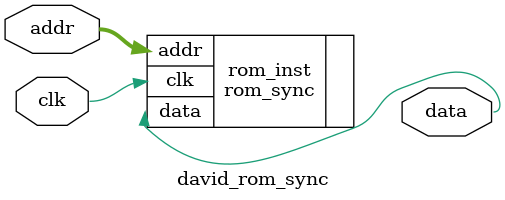
<source format=sv>

`default_nettype none
`timescale 1ns / 1ps

module david_rom_sync #(
    parameter WIDTH=1,
    parameter DEPTH=160*120,
    parameter INIT_F="david_1bit.mem",
    // parameter INIT_F="test_box_mono_160x120.mem",
    localparam ADDRW=$clog2(DEPTH)
    ) (
    input wire logic clk,
    input wire logic [ADDRW-1:0] addr,
    output     logic [WIDTH-1:0] data
    );

    rom_sync #(
        .WIDTH(WIDTH),
        .DEPTH(DEPTH),
        .INIT_F(INIT_F)
    ) rom_inst (
        .clk,
        .addr,
        .data
    );
endmodule

</source>
